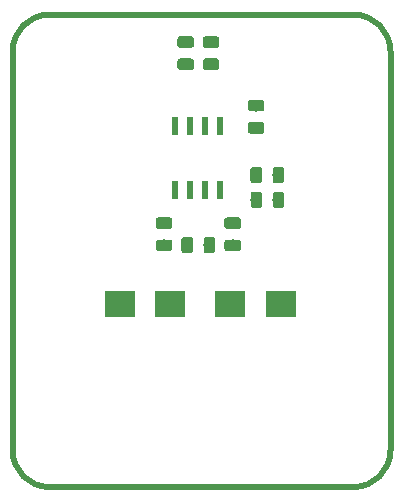
<source format=gbr>
%TF.GenerationSoftware,KiCad,Pcbnew,5.0.1*%
%TF.CreationDate,2018-10-23T16:10:10+11:00*%
%TF.ProjectId,FP2,4650322E6B696361645F706362000000,A*%
%TF.SameCoordinates,Original*%
%TF.FileFunction,Paste,Top*%
%TF.FilePolarity,Positive*%
%FSLAX46Y46*%
G04 Gerber Fmt 4.6, Leading zero omitted, Abs format (unit mm)*
G04 Created by KiCad (PCBNEW 5.0.1) date Tue 23 Oct 2018 04:10:10 PM AEDT*
%MOMM*%
%LPD*%
G01*
G04 APERTURE LIST*
%ADD10C,0.500000*%
%ADD11R,2.500000X2.300000*%
%ADD12R,0.600000X1.550000*%
%ADD13C,0.150000*%
%ADD14C,0.975000*%
G04 APERTURE END LIST*
D10*
X132120000Y-120000000D02*
G75*
G02X129000000Y-116880000I0J3120000D01*
G01*
X161000000Y-116880000D02*
G75*
G02X157880000Y-120000000I-3120000J0D01*
G01*
X161000000Y-83120000D02*
G75*
G03X157880000Y-80000000I-3120000J0D01*
G01*
X129000000Y-83120000D02*
G75*
G02X132120000Y-80000000I3120000J0D01*
G01*
X129000000Y-116860000D02*
X129000000Y-83120000D01*
X132110000Y-120000000D02*
X157880000Y-120000000D01*
X161000000Y-83140000D02*
X161000000Y-116880000D01*
X132130000Y-80000000D02*
X157870000Y-80000000D01*
D11*
X147410000Y-104530000D03*
X151710000Y-104530000D03*
X138070000Y-104530000D03*
X142370000Y-104530000D03*
D12*
X146585000Y-89450000D03*
X145315000Y-89450000D03*
X144045000Y-89450000D03*
X142775000Y-89450000D03*
X142775000Y-94850000D03*
X144045000Y-94850000D03*
X145315000Y-94850000D03*
X146585000Y-94850000D03*
D13*
G36*
X149905929Y-94977288D02*
X149929590Y-94980798D01*
X149952794Y-94986610D01*
X149975316Y-94994668D01*
X149996940Y-95004896D01*
X150017457Y-95017193D01*
X150036670Y-95031443D01*
X150054394Y-95047507D01*
X150070458Y-95065231D01*
X150084708Y-95084444D01*
X150097005Y-95104961D01*
X150107233Y-95126585D01*
X150115291Y-95149107D01*
X150121103Y-95172311D01*
X150124613Y-95195972D01*
X150125787Y-95219864D01*
X150125787Y-96132364D01*
X150124613Y-96156256D01*
X150121103Y-96179917D01*
X150115291Y-96203121D01*
X150107233Y-96225643D01*
X150097005Y-96247267D01*
X150084708Y-96267784D01*
X150070458Y-96286997D01*
X150054394Y-96304721D01*
X150036670Y-96320785D01*
X150017457Y-96335035D01*
X149996940Y-96347332D01*
X149975316Y-96357560D01*
X149952794Y-96365618D01*
X149929590Y-96371430D01*
X149905929Y-96374940D01*
X149882037Y-96376114D01*
X149394537Y-96376114D01*
X149370645Y-96374940D01*
X149346984Y-96371430D01*
X149323780Y-96365618D01*
X149301258Y-96357560D01*
X149279634Y-96347332D01*
X149259117Y-96335035D01*
X149239904Y-96320785D01*
X149222180Y-96304721D01*
X149206116Y-96286997D01*
X149191866Y-96267784D01*
X149179569Y-96247267D01*
X149169341Y-96225643D01*
X149161283Y-96203121D01*
X149155471Y-96179917D01*
X149151961Y-96156256D01*
X149150787Y-96132364D01*
X149150787Y-95219864D01*
X149151961Y-95195972D01*
X149155471Y-95172311D01*
X149161283Y-95149107D01*
X149169341Y-95126585D01*
X149179569Y-95104961D01*
X149191866Y-95084444D01*
X149206116Y-95065231D01*
X149222180Y-95047507D01*
X149239904Y-95031443D01*
X149259117Y-95017193D01*
X149279634Y-95004896D01*
X149301258Y-94994668D01*
X149323780Y-94986610D01*
X149346984Y-94980798D01*
X149370645Y-94977288D01*
X149394537Y-94976114D01*
X149882037Y-94976114D01*
X149905929Y-94977288D01*
X149905929Y-94977288D01*
G37*
D14*
X149638287Y-95676114D03*
D13*
G36*
X151780929Y-94977288D02*
X151804590Y-94980798D01*
X151827794Y-94986610D01*
X151850316Y-94994668D01*
X151871940Y-95004896D01*
X151892457Y-95017193D01*
X151911670Y-95031443D01*
X151929394Y-95047507D01*
X151945458Y-95065231D01*
X151959708Y-95084444D01*
X151972005Y-95104961D01*
X151982233Y-95126585D01*
X151990291Y-95149107D01*
X151996103Y-95172311D01*
X151999613Y-95195972D01*
X152000787Y-95219864D01*
X152000787Y-96132364D01*
X151999613Y-96156256D01*
X151996103Y-96179917D01*
X151990291Y-96203121D01*
X151982233Y-96225643D01*
X151972005Y-96247267D01*
X151959708Y-96267784D01*
X151945458Y-96286997D01*
X151929394Y-96304721D01*
X151911670Y-96320785D01*
X151892457Y-96335035D01*
X151871940Y-96347332D01*
X151850316Y-96357560D01*
X151827794Y-96365618D01*
X151804590Y-96371430D01*
X151780929Y-96374940D01*
X151757037Y-96376114D01*
X151269537Y-96376114D01*
X151245645Y-96374940D01*
X151221984Y-96371430D01*
X151198780Y-96365618D01*
X151176258Y-96357560D01*
X151154634Y-96347332D01*
X151134117Y-96335035D01*
X151114904Y-96320785D01*
X151097180Y-96304721D01*
X151081116Y-96286997D01*
X151066866Y-96267784D01*
X151054569Y-96247267D01*
X151044341Y-96225643D01*
X151036283Y-96203121D01*
X151030471Y-96179917D01*
X151026961Y-96156256D01*
X151025787Y-96132364D01*
X151025787Y-95219864D01*
X151026961Y-95195972D01*
X151030471Y-95172311D01*
X151036283Y-95149107D01*
X151044341Y-95126585D01*
X151054569Y-95104961D01*
X151066866Y-95084444D01*
X151081116Y-95065231D01*
X151097180Y-95047507D01*
X151114904Y-95031443D01*
X151134117Y-95017193D01*
X151154634Y-95004896D01*
X151176258Y-94994668D01*
X151198780Y-94986610D01*
X151221984Y-94980798D01*
X151245645Y-94977288D01*
X151269537Y-94976114D01*
X151757037Y-94976114D01*
X151780929Y-94977288D01*
X151780929Y-94977288D01*
G37*
D14*
X151513287Y-95676114D03*
D13*
G36*
X144140142Y-83711174D02*
X144163803Y-83714684D01*
X144187007Y-83720496D01*
X144209529Y-83728554D01*
X144231153Y-83738782D01*
X144251670Y-83751079D01*
X144270883Y-83765329D01*
X144288607Y-83781393D01*
X144304671Y-83799117D01*
X144318921Y-83818330D01*
X144331218Y-83838847D01*
X144341446Y-83860471D01*
X144349504Y-83882993D01*
X144355316Y-83906197D01*
X144358826Y-83929858D01*
X144360000Y-83953750D01*
X144360000Y-84441250D01*
X144358826Y-84465142D01*
X144355316Y-84488803D01*
X144349504Y-84512007D01*
X144341446Y-84534529D01*
X144331218Y-84556153D01*
X144318921Y-84576670D01*
X144304671Y-84595883D01*
X144288607Y-84613607D01*
X144270883Y-84629671D01*
X144251670Y-84643921D01*
X144231153Y-84656218D01*
X144209529Y-84666446D01*
X144187007Y-84674504D01*
X144163803Y-84680316D01*
X144140142Y-84683826D01*
X144116250Y-84685000D01*
X143203750Y-84685000D01*
X143179858Y-84683826D01*
X143156197Y-84680316D01*
X143132993Y-84674504D01*
X143110471Y-84666446D01*
X143088847Y-84656218D01*
X143068330Y-84643921D01*
X143049117Y-84629671D01*
X143031393Y-84613607D01*
X143015329Y-84595883D01*
X143001079Y-84576670D01*
X142988782Y-84556153D01*
X142978554Y-84534529D01*
X142970496Y-84512007D01*
X142964684Y-84488803D01*
X142961174Y-84465142D01*
X142960000Y-84441250D01*
X142960000Y-83953750D01*
X142961174Y-83929858D01*
X142964684Y-83906197D01*
X142970496Y-83882993D01*
X142978554Y-83860471D01*
X142988782Y-83838847D01*
X143001079Y-83818330D01*
X143015329Y-83799117D01*
X143031393Y-83781393D01*
X143049117Y-83765329D01*
X143068330Y-83751079D01*
X143088847Y-83738782D01*
X143110471Y-83728554D01*
X143132993Y-83720496D01*
X143156197Y-83714684D01*
X143179858Y-83711174D01*
X143203750Y-83710000D01*
X144116250Y-83710000D01*
X144140142Y-83711174D01*
X144140142Y-83711174D01*
G37*
D14*
X143660000Y-84197500D03*
D13*
G36*
X144140142Y-81836174D02*
X144163803Y-81839684D01*
X144187007Y-81845496D01*
X144209529Y-81853554D01*
X144231153Y-81863782D01*
X144251670Y-81876079D01*
X144270883Y-81890329D01*
X144288607Y-81906393D01*
X144304671Y-81924117D01*
X144318921Y-81943330D01*
X144331218Y-81963847D01*
X144341446Y-81985471D01*
X144349504Y-82007993D01*
X144355316Y-82031197D01*
X144358826Y-82054858D01*
X144360000Y-82078750D01*
X144360000Y-82566250D01*
X144358826Y-82590142D01*
X144355316Y-82613803D01*
X144349504Y-82637007D01*
X144341446Y-82659529D01*
X144331218Y-82681153D01*
X144318921Y-82701670D01*
X144304671Y-82720883D01*
X144288607Y-82738607D01*
X144270883Y-82754671D01*
X144251670Y-82768921D01*
X144231153Y-82781218D01*
X144209529Y-82791446D01*
X144187007Y-82799504D01*
X144163803Y-82805316D01*
X144140142Y-82808826D01*
X144116250Y-82810000D01*
X143203750Y-82810000D01*
X143179858Y-82808826D01*
X143156197Y-82805316D01*
X143132993Y-82799504D01*
X143110471Y-82791446D01*
X143088847Y-82781218D01*
X143068330Y-82768921D01*
X143049117Y-82754671D01*
X143031393Y-82738607D01*
X143015329Y-82720883D01*
X143001079Y-82701670D01*
X142988782Y-82681153D01*
X142978554Y-82659529D01*
X142970496Y-82637007D01*
X142964684Y-82613803D01*
X142961174Y-82590142D01*
X142960000Y-82566250D01*
X142960000Y-82078750D01*
X142961174Y-82054858D01*
X142964684Y-82031197D01*
X142970496Y-82007993D01*
X142978554Y-81985471D01*
X142988782Y-81963847D01*
X143001079Y-81943330D01*
X143015329Y-81924117D01*
X143031393Y-81906393D01*
X143049117Y-81890329D01*
X143068330Y-81876079D01*
X143088847Y-81863782D01*
X143110471Y-81853554D01*
X143132993Y-81845496D01*
X143156197Y-81839684D01*
X143179858Y-81836174D01*
X143203750Y-81835000D01*
X144116250Y-81835000D01*
X144140142Y-81836174D01*
X144140142Y-81836174D01*
G37*
D14*
X143660000Y-82322500D03*
D13*
G36*
X146280142Y-83711174D02*
X146303803Y-83714684D01*
X146327007Y-83720496D01*
X146349529Y-83728554D01*
X146371153Y-83738782D01*
X146391670Y-83751079D01*
X146410883Y-83765329D01*
X146428607Y-83781393D01*
X146444671Y-83799117D01*
X146458921Y-83818330D01*
X146471218Y-83838847D01*
X146481446Y-83860471D01*
X146489504Y-83882993D01*
X146495316Y-83906197D01*
X146498826Y-83929858D01*
X146500000Y-83953750D01*
X146500000Y-84441250D01*
X146498826Y-84465142D01*
X146495316Y-84488803D01*
X146489504Y-84512007D01*
X146481446Y-84534529D01*
X146471218Y-84556153D01*
X146458921Y-84576670D01*
X146444671Y-84595883D01*
X146428607Y-84613607D01*
X146410883Y-84629671D01*
X146391670Y-84643921D01*
X146371153Y-84656218D01*
X146349529Y-84666446D01*
X146327007Y-84674504D01*
X146303803Y-84680316D01*
X146280142Y-84683826D01*
X146256250Y-84685000D01*
X145343750Y-84685000D01*
X145319858Y-84683826D01*
X145296197Y-84680316D01*
X145272993Y-84674504D01*
X145250471Y-84666446D01*
X145228847Y-84656218D01*
X145208330Y-84643921D01*
X145189117Y-84629671D01*
X145171393Y-84613607D01*
X145155329Y-84595883D01*
X145141079Y-84576670D01*
X145128782Y-84556153D01*
X145118554Y-84534529D01*
X145110496Y-84512007D01*
X145104684Y-84488803D01*
X145101174Y-84465142D01*
X145100000Y-84441250D01*
X145100000Y-83953750D01*
X145101174Y-83929858D01*
X145104684Y-83906197D01*
X145110496Y-83882993D01*
X145118554Y-83860471D01*
X145128782Y-83838847D01*
X145141079Y-83818330D01*
X145155329Y-83799117D01*
X145171393Y-83781393D01*
X145189117Y-83765329D01*
X145208330Y-83751079D01*
X145228847Y-83738782D01*
X145250471Y-83728554D01*
X145272993Y-83720496D01*
X145296197Y-83714684D01*
X145319858Y-83711174D01*
X145343750Y-83710000D01*
X146256250Y-83710000D01*
X146280142Y-83711174D01*
X146280142Y-83711174D01*
G37*
D14*
X145800000Y-84197500D03*
D13*
G36*
X146280142Y-81836174D02*
X146303803Y-81839684D01*
X146327007Y-81845496D01*
X146349529Y-81853554D01*
X146371153Y-81863782D01*
X146391670Y-81876079D01*
X146410883Y-81890329D01*
X146428607Y-81906393D01*
X146444671Y-81924117D01*
X146458921Y-81943330D01*
X146471218Y-81963847D01*
X146481446Y-81985471D01*
X146489504Y-82007993D01*
X146495316Y-82031197D01*
X146498826Y-82054858D01*
X146500000Y-82078750D01*
X146500000Y-82566250D01*
X146498826Y-82590142D01*
X146495316Y-82613803D01*
X146489504Y-82637007D01*
X146481446Y-82659529D01*
X146471218Y-82681153D01*
X146458921Y-82701670D01*
X146444671Y-82720883D01*
X146428607Y-82738607D01*
X146410883Y-82754671D01*
X146391670Y-82768921D01*
X146371153Y-82781218D01*
X146349529Y-82791446D01*
X146327007Y-82799504D01*
X146303803Y-82805316D01*
X146280142Y-82808826D01*
X146256250Y-82810000D01*
X145343750Y-82810000D01*
X145319858Y-82808826D01*
X145296197Y-82805316D01*
X145272993Y-82799504D01*
X145250471Y-82791446D01*
X145228847Y-82781218D01*
X145208330Y-82768921D01*
X145189117Y-82754671D01*
X145171393Y-82738607D01*
X145155329Y-82720883D01*
X145141079Y-82701670D01*
X145128782Y-82681153D01*
X145118554Y-82659529D01*
X145110496Y-82637007D01*
X145104684Y-82613803D01*
X145101174Y-82590142D01*
X145100000Y-82566250D01*
X145100000Y-82078750D01*
X145101174Y-82054858D01*
X145104684Y-82031197D01*
X145110496Y-82007993D01*
X145118554Y-81985471D01*
X145128782Y-81963847D01*
X145141079Y-81943330D01*
X145155329Y-81924117D01*
X145171393Y-81906393D01*
X145189117Y-81890329D01*
X145208330Y-81876079D01*
X145228847Y-81863782D01*
X145250471Y-81853554D01*
X145272993Y-81845496D01*
X145296197Y-81839684D01*
X145319858Y-81836174D01*
X145343750Y-81835000D01*
X146256250Y-81835000D01*
X146280142Y-81836174D01*
X146280142Y-81836174D01*
G37*
D14*
X145800000Y-82322500D03*
D13*
G36*
X142310142Y-97166174D02*
X142333803Y-97169684D01*
X142357007Y-97175496D01*
X142379529Y-97183554D01*
X142401153Y-97193782D01*
X142421670Y-97206079D01*
X142440883Y-97220329D01*
X142458607Y-97236393D01*
X142474671Y-97254117D01*
X142488921Y-97273330D01*
X142501218Y-97293847D01*
X142511446Y-97315471D01*
X142519504Y-97337993D01*
X142525316Y-97361197D01*
X142528826Y-97384858D01*
X142530000Y-97408750D01*
X142530000Y-97896250D01*
X142528826Y-97920142D01*
X142525316Y-97943803D01*
X142519504Y-97967007D01*
X142511446Y-97989529D01*
X142501218Y-98011153D01*
X142488921Y-98031670D01*
X142474671Y-98050883D01*
X142458607Y-98068607D01*
X142440883Y-98084671D01*
X142421670Y-98098921D01*
X142401153Y-98111218D01*
X142379529Y-98121446D01*
X142357007Y-98129504D01*
X142333803Y-98135316D01*
X142310142Y-98138826D01*
X142286250Y-98140000D01*
X141373750Y-98140000D01*
X141349858Y-98138826D01*
X141326197Y-98135316D01*
X141302993Y-98129504D01*
X141280471Y-98121446D01*
X141258847Y-98111218D01*
X141238330Y-98098921D01*
X141219117Y-98084671D01*
X141201393Y-98068607D01*
X141185329Y-98050883D01*
X141171079Y-98031670D01*
X141158782Y-98011153D01*
X141148554Y-97989529D01*
X141140496Y-97967007D01*
X141134684Y-97943803D01*
X141131174Y-97920142D01*
X141130000Y-97896250D01*
X141130000Y-97408750D01*
X141131174Y-97384858D01*
X141134684Y-97361197D01*
X141140496Y-97337993D01*
X141148554Y-97315471D01*
X141158782Y-97293847D01*
X141171079Y-97273330D01*
X141185329Y-97254117D01*
X141201393Y-97236393D01*
X141219117Y-97220329D01*
X141238330Y-97206079D01*
X141258847Y-97193782D01*
X141280471Y-97183554D01*
X141302993Y-97175496D01*
X141326197Y-97169684D01*
X141349858Y-97166174D01*
X141373750Y-97165000D01*
X142286250Y-97165000D01*
X142310142Y-97166174D01*
X142310142Y-97166174D01*
G37*
D14*
X141830000Y-97652500D03*
D13*
G36*
X142310142Y-99041174D02*
X142333803Y-99044684D01*
X142357007Y-99050496D01*
X142379529Y-99058554D01*
X142401153Y-99068782D01*
X142421670Y-99081079D01*
X142440883Y-99095329D01*
X142458607Y-99111393D01*
X142474671Y-99129117D01*
X142488921Y-99148330D01*
X142501218Y-99168847D01*
X142511446Y-99190471D01*
X142519504Y-99212993D01*
X142525316Y-99236197D01*
X142528826Y-99259858D01*
X142530000Y-99283750D01*
X142530000Y-99771250D01*
X142528826Y-99795142D01*
X142525316Y-99818803D01*
X142519504Y-99842007D01*
X142511446Y-99864529D01*
X142501218Y-99886153D01*
X142488921Y-99906670D01*
X142474671Y-99925883D01*
X142458607Y-99943607D01*
X142440883Y-99959671D01*
X142421670Y-99973921D01*
X142401153Y-99986218D01*
X142379529Y-99996446D01*
X142357007Y-100004504D01*
X142333803Y-100010316D01*
X142310142Y-100013826D01*
X142286250Y-100015000D01*
X141373750Y-100015000D01*
X141349858Y-100013826D01*
X141326197Y-100010316D01*
X141302993Y-100004504D01*
X141280471Y-99996446D01*
X141258847Y-99986218D01*
X141238330Y-99973921D01*
X141219117Y-99959671D01*
X141201393Y-99943607D01*
X141185329Y-99925883D01*
X141171079Y-99906670D01*
X141158782Y-99886153D01*
X141148554Y-99864529D01*
X141140496Y-99842007D01*
X141134684Y-99818803D01*
X141131174Y-99795142D01*
X141130000Y-99771250D01*
X141130000Y-99283750D01*
X141131174Y-99259858D01*
X141134684Y-99236197D01*
X141140496Y-99212993D01*
X141148554Y-99190471D01*
X141158782Y-99168847D01*
X141171079Y-99148330D01*
X141185329Y-99129117D01*
X141201393Y-99111393D01*
X141219117Y-99095329D01*
X141238330Y-99081079D01*
X141258847Y-99068782D01*
X141280471Y-99058554D01*
X141302993Y-99050496D01*
X141326197Y-99044684D01*
X141349858Y-99041174D01*
X141373750Y-99040000D01*
X142286250Y-99040000D01*
X142310142Y-99041174D01*
X142310142Y-99041174D01*
G37*
D14*
X141830000Y-99527500D03*
D13*
G36*
X145925142Y-98821174D02*
X145948803Y-98824684D01*
X145972007Y-98830496D01*
X145994529Y-98838554D01*
X146016153Y-98848782D01*
X146036670Y-98861079D01*
X146055883Y-98875329D01*
X146073607Y-98891393D01*
X146089671Y-98909117D01*
X146103921Y-98928330D01*
X146116218Y-98948847D01*
X146126446Y-98970471D01*
X146134504Y-98992993D01*
X146140316Y-99016197D01*
X146143826Y-99039858D01*
X146145000Y-99063750D01*
X146145000Y-99976250D01*
X146143826Y-100000142D01*
X146140316Y-100023803D01*
X146134504Y-100047007D01*
X146126446Y-100069529D01*
X146116218Y-100091153D01*
X146103921Y-100111670D01*
X146089671Y-100130883D01*
X146073607Y-100148607D01*
X146055883Y-100164671D01*
X146036670Y-100178921D01*
X146016153Y-100191218D01*
X145994529Y-100201446D01*
X145972007Y-100209504D01*
X145948803Y-100215316D01*
X145925142Y-100218826D01*
X145901250Y-100220000D01*
X145413750Y-100220000D01*
X145389858Y-100218826D01*
X145366197Y-100215316D01*
X145342993Y-100209504D01*
X145320471Y-100201446D01*
X145298847Y-100191218D01*
X145278330Y-100178921D01*
X145259117Y-100164671D01*
X145241393Y-100148607D01*
X145225329Y-100130883D01*
X145211079Y-100111670D01*
X145198782Y-100091153D01*
X145188554Y-100069529D01*
X145180496Y-100047007D01*
X145174684Y-100023803D01*
X145171174Y-100000142D01*
X145170000Y-99976250D01*
X145170000Y-99063750D01*
X145171174Y-99039858D01*
X145174684Y-99016197D01*
X145180496Y-98992993D01*
X145188554Y-98970471D01*
X145198782Y-98948847D01*
X145211079Y-98928330D01*
X145225329Y-98909117D01*
X145241393Y-98891393D01*
X145259117Y-98875329D01*
X145278330Y-98861079D01*
X145298847Y-98848782D01*
X145320471Y-98838554D01*
X145342993Y-98830496D01*
X145366197Y-98824684D01*
X145389858Y-98821174D01*
X145413750Y-98820000D01*
X145901250Y-98820000D01*
X145925142Y-98821174D01*
X145925142Y-98821174D01*
G37*
D14*
X145657500Y-99520000D03*
D13*
G36*
X144050142Y-98821174D02*
X144073803Y-98824684D01*
X144097007Y-98830496D01*
X144119529Y-98838554D01*
X144141153Y-98848782D01*
X144161670Y-98861079D01*
X144180883Y-98875329D01*
X144198607Y-98891393D01*
X144214671Y-98909117D01*
X144228921Y-98928330D01*
X144241218Y-98948847D01*
X144251446Y-98970471D01*
X144259504Y-98992993D01*
X144265316Y-99016197D01*
X144268826Y-99039858D01*
X144270000Y-99063750D01*
X144270000Y-99976250D01*
X144268826Y-100000142D01*
X144265316Y-100023803D01*
X144259504Y-100047007D01*
X144251446Y-100069529D01*
X144241218Y-100091153D01*
X144228921Y-100111670D01*
X144214671Y-100130883D01*
X144198607Y-100148607D01*
X144180883Y-100164671D01*
X144161670Y-100178921D01*
X144141153Y-100191218D01*
X144119529Y-100201446D01*
X144097007Y-100209504D01*
X144073803Y-100215316D01*
X144050142Y-100218826D01*
X144026250Y-100220000D01*
X143538750Y-100220000D01*
X143514858Y-100218826D01*
X143491197Y-100215316D01*
X143467993Y-100209504D01*
X143445471Y-100201446D01*
X143423847Y-100191218D01*
X143403330Y-100178921D01*
X143384117Y-100164671D01*
X143366393Y-100148607D01*
X143350329Y-100130883D01*
X143336079Y-100111670D01*
X143323782Y-100091153D01*
X143313554Y-100069529D01*
X143305496Y-100047007D01*
X143299684Y-100023803D01*
X143296174Y-100000142D01*
X143295000Y-99976250D01*
X143295000Y-99063750D01*
X143296174Y-99039858D01*
X143299684Y-99016197D01*
X143305496Y-98992993D01*
X143313554Y-98970471D01*
X143323782Y-98948847D01*
X143336079Y-98928330D01*
X143350329Y-98909117D01*
X143366393Y-98891393D01*
X143384117Y-98875329D01*
X143403330Y-98861079D01*
X143423847Y-98848782D01*
X143445471Y-98838554D01*
X143467993Y-98830496D01*
X143491197Y-98824684D01*
X143514858Y-98821174D01*
X143538750Y-98820000D01*
X144026250Y-98820000D01*
X144050142Y-98821174D01*
X144050142Y-98821174D01*
G37*
D14*
X143782500Y-99520000D03*
D13*
G36*
X148110142Y-97166174D02*
X148133803Y-97169684D01*
X148157007Y-97175496D01*
X148179529Y-97183554D01*
X148201153Y-97193782D01*
X148221670Y-97206079D01*
X148240883Y-97220329D01*
X148258607Y-97236393D01*
X148274671Y-97254117D01*
X148288921Y-97273330D01*
X148301218Y-97293847D01*
X148311446Y-97315471D01*
X148319504Y-97337993D01*
X148325316Y-97361197D01*
X148328826Y-97384858D01*
X148330000Y-97408750D01*
X148330000Y-97896250D01*
X148328826Y-97920142D01*
X148325316Y-97943803D01*
X148319504Y-97967007D01*
X148311446Y-97989529D01*
X148301218Y-98011153D01*
X148288921Y-98031670D01*
X148274671Y-98050883D01*
X148258607Y-98068607D01*
X148240883Y-98084671D01*
X148221670Y-98098921D01*
X148201153Y-98111218D01*
X148179529Y-98121446D01*
X148157007Y-98129504D01*
X148133803Y-98135316D01*
X148110142Y-98138826D01*
X148086250Y-98140000D01*
X147173750Y-98140000D01*
X147149858Y-98138826D01*
X147126197Y-98135316D01*
X147102993Y-98129504D01*
X147080471Y-98121446D01*
X147058847Y-98111218D01*
X147038330Y-98098921D01*
X147019117Y-98084671D01*
X147001393Y-98068607D01*
X146985329Y-98050883D01*
X146971079Y-98031670D01*
X146958782Y-98011153D01*
X146948554Y-97989529D01*
X146940496Y-97967007D01*
X146934684Y-97943803D01*
X146931174Y-97920142D01*
X146930000Y-97896250D01*
X146930000Y-97408750D01*
X146931174Y-97384858D01*
X146934684Y-97361197D01*
X146940496Y-97337993D01*
X146948554Y-97315471D01*
X146958782Y-97293847D01*
X146971079Y-97273330D01*
X146985329Y-97254117D01*
X147001393Y-97236393D01*
X147019117Y-97220329D01*
X147038330Y-97206079D01*
X147058847Y-97193782D01*
X147080471Y-97183554D01*
X147102993Y-97175496D01*
X147126197Y-97169684D01*
X147149858Y-97166174D01*
X147173750Y-97165000D01*
X148086250Y-97165000D01*
X148110142Y-97166174D01*
X148110142Y-97166174D01*
G37*
D14*
X147630000Y-97652500D03*
D13*
G36*
X148110142Y-99041174D02*
X148133803Y-99044684D01*
X148157007Y-99050496D01*
X148179529Y-99058554D01*
X148201153Y-99068782D01*
X148221670Y-99081079D01*
X148240883Y-99095329D01*
X148258607Y-99111393D01*
X148274671Y-99129117D01*
X148288921Y-99148330D01*
X148301218Y-99168847D01*
X148311446Y-99190471D01*
X148319504Y-99212993D01*
X148325316Y-99236197D01*
X148328826Y-99259858D01*
X148330000Y-99283750D01*
X148330000Y-99771250D01*
X148328826Y-99795142D01*
X148325316Y-99818803D01*
X148319504Y-99842007D01*
X148311446Y-99864529D01*
X148301218Y-99886153D01*
X148288921Y-99906670D01*
X148274671Y-99925883D01*
X148258607Y-99943607D01*
X148240883Y-99959671D01*
X148221670Y-99973921D01*
X148201153Y-99986218D01*
X148179529Y-99996446D01*
X148157007Y-100004504D01*
X148133803Y-100010316D01*
X148110142Y-100013826D01*
X148086250Y-100015000D01*
X147173750Y-100015000D01*
X147149858Y-100013826D01*
X147126197Y-100010316D01*
X147102993Y-100004504D01*
X147080471Y-99996446D01*
X147058847Y-99986218D01*
X147038330Y-99973921D01*
X147019117Y-99959671D01*
X147001393Y-99943607D01*
X146985329Y-99925883D01*
X146971079Y-99906670D01*
X146958782Y-99886153D01*
X146948554Y-99864529D01*
X146940496Y-99842007D01*
X146934684Y-99818803D01*
X146931174Y-99795142D01*
X146930000Y-99771250D01*
X146930000Y-99283750D01*
X146931174Y-99259858D01*
X146934684Y-99236197D01*
X146940496Y-99212993D01*
X146948554Y-99190471D01*
X146958782Y-99168847D01*
X146971079Y-99148330D01*
X146985329Y-99129117D01*
X147001393Y-99111393D01*
X147019117Y-99095329D01*
X147038330Y-99081079D01*
X147058847Y-99068782D01*
X147080471Y-99058554D01*
X147102993Y-99050496D01*
X147126197Y-99044684D01*
X147149858Y-99041174D01*
X147173750Y-99040000D01*
X148086250Y-99040000D01*
X148110142Y-99041174D01*
X148110142Y-99041174D01*
G37*
D14*
X147630000Y-99527500D03*
D13*
G36*
X150110142Y-89101174D02*
X150133803Y-89104684D01*
X150157007Y-89110496D01*
X150179529Y-89118554D01*
X150201153Y-89128782D01*
X150221670Y-89141079D01*
X150240883Y-89155329D01*
X150258607Y-89171393D01*
X150274671Y-89189117D01*
X150288921Y-89208330D01*
X150301218Y-89228847D01*
X150311446Y-89250471D01*
X150319504Y-89272993D01*
X150325316Y-89296197D01*
X150328826Y-89319858D01*
X150330000Y-89343750D01*
X150330000Y-89831250D01*
X150328826Y-89855142D01*
X150325316Y-89878803D01*
X150319504Y-89902007D01*
X150311446Y-89924529D01*
X150301218Y-89946153D01*
X150288921Y-89966670D01*
X150274671Y-89985883D01*
X150258607Y-90003607D01*
X150240883Y-90019671D01*
X150221670Y-90033921D01*
X150201153Y-90046218D01*
X150179529Y-90056446D01*
X150157007Y-90064504D01*
X150133803Y-90070316D01*
X150110142Y-90073826D01*
X150086250Y-90075000D01*
X149173750Y-90075000D01*
X149149858Y-90073826D01*
X149126197Y-90070316D01*
X149102993Y-90064504D01*
X149080471Y-90056446D01*
X149058847Y-90046218D01*
X149038330Y-90033921D01*
X149019117Y-90019671D01*
X149001393Y-90003607D01*
X148985329Y-89985883D01*
X148971079Y-89966670D01*
X148958782Y-89946153D01*
X148948554Y-89924529D01*
X148940496Y-89902007D01*
X148934684Y-89878803D01*
X148931174Y-89855142D01*
X148930000Y-89831250D01*
X148930000Y-89343750D01*
X148931174Y-89319858D01*
X148934684Y-89296197D01*
X148940496Y-89272993D01*
X148948554Y-89250471D01*
X148958782Y-89228847D01*
X148971079Y-89208330D01*
X148985329Y-89189117D01*
X149001393Y-89171393D01*
X149019117Y-89155329D01*
X149038330Y-89141079D01*
X149058847Y-89128782D01*
X149080471Y-89118554D01*
X149102993Y-89110496D01*
X149126197Y-89104684D01*
X149149858Y-89101174D01*
X149173750Y-89100000D01*
X150086250Y-89100000D01*
X150110142Y-89101174D01*
X150110142Y-89101174D01*
G37*
D14*
X149630000Y-89587500D03*
D13*
G36*
X150110142Y-87226174D02*
X150133803Y-87229684D01*
X150157007Y-87235496D01*
X150179529Y-87243554D01*
X150201153Y-87253782D01*
X150221670Y-87266079D01*
X150240883Y-87280329D01*
X150258607Y-87296393D01*
X150274671Y-87314117D01*
X150288921Y-87333330D01*
X150301218Y-87353847D01*
X150311446Y-87375471D01*
X150319504Y-87397993D01*
X150325316Y-87421197D01*
X150328826Y-87444858D01*
X150330000Y-87468750D01*
X150330000Y-87956250D01*
X150328826Y-87980142D01*
X150325316Y-88003803D01*
X150319504Y-88027007D01*
X150311446Y-88049529D01*
X150301218Y-88071153D01*
X150288921Y-88091670D01*
X150274671Y-88110883D01*
X150258607Y-88128607D01*
X150240883Y-88144671D01*
X150221670Y-88158921D01*
X150201153Y-88171218D01*
X150179529Y-88181446D01*
X150157007Y-88189504D01*
X150133803Y-88195316D01*
X150110142Y-88198826D01*
X150086250Y-88200000D01*
X149173750Y-88200000D01*
X149149858Y-88198826D01*
X149126197Y-88195316D01*
X149102993Y-88189504D01*
X149080471Y-88181446D01*
X149058847Y-88171218D01*
X149038330Y-88158921D01*
X149019117Y-88144671D01*
X149001393Y-88128607D01*
X148985329Y-88110883D01*
X148971079Y-88091670D01*
X148958782Y-88071153D01*
X148948554Y-88049529D01*
X148940496Y-88027007D01*
X148934684Y-88003803D01*
X148931174Y-87980142D01*
X148930000Y-87956250D01*
X148930000Y-87468750D01*
X148931174Y-87444858D01*
X148934684Y-87421197D01*
X148940496Y-87397993D01*
X148948554Y-87375471D01*
X148958782Y-87353847D01*
X148971079Y-87333330D01*
X148985329Y-87314117D01*
X149001393Y-87296393D01*
X149019117Y-87280329D01*
X149038330Y-87266079D01*
X149058847Y-87253782D01*
X149080471Y-87243554D01*
X149102993Y-87235496D01*
X149126197Y-87229684D01*
X149149858Y-87226174D01*
X149173750Y-87225000D01*
X150086250Y-87225000D01*
X150110142Y-87226174D01*
X150110142Y-87226174D01*
G37*
D14*
X149630000Y-87712500D03*
D13*
G36*
X151770929Y-92897288D02*
X151794590Y-92900798D01*
X151817794Y-92906610D01*
X151840316Y-92914668D01*
X151861940Y-92924896D01*
X151882457Y-92937193D01*
X151901670Y-92951443D01*
X151919394Y-92967507D01*
X151935458Y-92985231D01*
X151949708Y-93004444D01*
X151962005Y-93024961D01*
X151972233Y-93046585D01*
X151980291Y-93069107D01*
X151986103Y-93092311D01*
X151989613Y-93115972D01*
X151990787Y-93139864D01*
X151990787Y-94052364D01*
X151989613Y-94076256D01*
X151986103Y-94099917D01*
X151980291Y-94123121D01*
X151972233Y-94145643D01*
X151962005Y-94167267D01*
X151949708Y-94187784D01*
X151935458Y-94206997D01*
X151919394Y-94224721D01*
X151901670Y-94240785D01*
X151882457Y-94255035D01*
X151861940Y-94267332D01*
X151840316Y-94277560D01*
X151817794Y-94285618D01*
X151794590Y-94291430D01*
X151770929Y-94294940D01*
X151747037Y-94296114D01*
X151259537Y-94296114D01*
X151235645Y-94294940D01*
X151211984Y-94291430D01*
X151188780Y-94285618D01*
X151166258Y-94277560D01*
X151144634Y-94267332D01*
X151124117Y-94255035D01*
X151104904Y-94240785D01*
X151087180Y-94224721D01*
X151071116Y-94206997D01*
X151056866Y-94187784D01*
X151044569Y-94167267D01*
X151034341Y-94145643D01*
X151026283Y-94123121D01*
X151020471Y-94099917D01*
X151016961Y-94076256D01*
X151015787Y-94052364D01*
X151015787Y-93139864D01*
X151016961Y-93115972D01*
X151020471Y-93092311D01*
X151026283Y-93069107D01*
X151034341Y-93046585D01*
X151044569Y-93024961D01*
X151056866Y-93004444D01*
X151071116Y-92985231D01*
X151087180Y-92967507D01*
X151104904Y-92951443D01*
X151124117Y-92937193D01*
X151144634Y-92924896D01*
X151166258Y-92914668D01*
X151188780Y-92906610D01*
X151211984Y-92900798D01*
X151235645Y-92897288D01*
X151259537Y-92896114D01*
X151747037Y-92896114D01*
X151770929Y-92897288D01*
X151770929Y-92897288D01*
G37*
D14*
X151503287Y-93596114D03*
D13*
G36*
X149895929Y-92897288D02*
X149919590Y-92900798D01*
X149942794Y-92906610D01*
X149965316Y-92914668D01*
X149986940Y-92924896D01*
X150007457Y-92937193D01*
X150026670Y-92951443D01*
X150044394Y-92967507D01*
X150060458Y-92985231D01*
X150074708Y-93004444D01*
X150087005Y-93024961D01*
X150097233Y-93046585D01*
X150105291Y-93069107D01*
X150111103Y-93092311D01*
X150114613Y-93115972D01*
X150115787Y-93139864D01*
X150115787Y-94052364D01*
X150114613Y-94076256D01*
X150111103Y-94099917D01*
X150105291Y-94123121D01*
X150097233Y-94145643D01*
X150087005Y-94167267D01*
X150074708Y-94187784D01*
X150060458Y-94206997D01*
X150044394Y-94224721D01*
X150026670Y-94240785D01*
X150007457Y-94255035D01*
X149986940Y-94267332D01*
X149965316Y-94277560D01*
X149942794Y-94285618D01*
X149919590Y-94291430D01*
X149895929Y-94294940D01*
X149872037Y-94296114D01*
X149384537Y-94296114D01*
X149360645Y-94294940D01*
X149336984Y-94291430D01*
X149313780Y-94285618D01*
X149291258Y-94277560D01*
X149269634Y-94267332D01*
X149249117Y-94255035D01*
X149229904Y-94240785D01*
X149212180Y-94224721D01*
X149196116Y-94206997D01*
X149181866Y-94187784D01*
X149169569Y-94167267D01*
X149159341Y-94145643D01*
X149151283Y-94123121D01*
X149145471Y-94099917D01*
X149141961Y-94076256D01*
X149140787Y-94052364D01*
X149140787Y-93139864D01*
X149141961Y-93115972D01*
X149145471Y-93092311D01*
X149151283Y-93069107D01*
X149159341Y-93046585D01*
X149169569Y-93024961D01*
X149181866Y-93004444D01*
X149196116Y-92985231D01*
X149212180Y-92967507D01*
X149229904Y-92951443D01*
X149249117Y-92937193D01*
X149269634Y-92924896D01*
X149291258Y-92914668D01*
X149313780Y-92906610D01*
X149336984Y-92900798D01*
X149360645Y-92897288D01*
X149384537Y-92896114D01*
X149872037Y-92896114D01*
X149895929Y-92897288D01*
X149895929Y-92897288D01*
G37*
D14*
X149628287Y-93596114D03*
M02*

</source>
